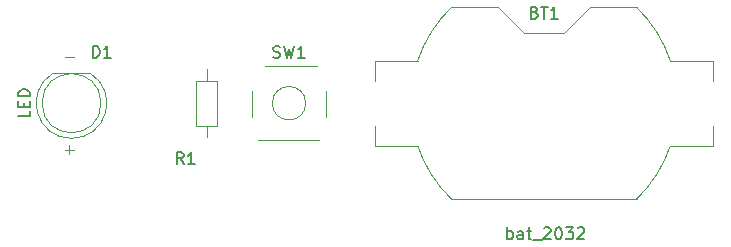
<source format=gto>
%TF.GenerationSoftware,KiCad,Pcbnew,9.0.1*%
%TF.CreationDate,2025-05-08T13:19:39+05:30*%
%TF.ProjectId,1. LED Torch,312e204c-4544-4205-946f-7263682e6b69,1*%
%TF.SameCoordinates,Original*%
%TF.FileFunction,Legend,Top*%
%TF.FilePolarity,Positive*%
%FSLAX46Y46*%
G04 Gerber Fmt 4.6, Leading zero omitted, Abs format (unit mm)*
G04 Created by KiCad (PCBNEW 9.0.1) date 2025-05-08 13:19:39*
%MOMM*%
%LPD*%
G01*
G04 APERTURE LIST*
%ADD10C,0.100000*%
%ADD11C,0.150000*%
%ADD12C,0.120000*%
G04 APERTURE END LIST*
D10*
X56564884Y-143636466D02*
X57326789Y-143636466D01*
X56945836Y-144017419D02*
X56945836Y-143255514D01*
X56564884Y-135762466D02*
X57326789Y-135762466D01*
D11*
X96369285Y-132011009D02*
X96512142Y-132058628D01*
X96512142Y-132058628D02*
X96559761Y-132106247D01*
X96559761Y-132106247D02*
X96607380Y-132201485D01*
X96607380Y-132201485D02*
X96607380Y-132344342D01*
X96607380Y-132344342D02*
X96559761Y-132439580D01*
X96559761Y-132439580D02*
X96512142Y-132487200D01*
X96512142Y-132487200D02*
X96416904Y-132534819D01*
X96416904Y-132534819D02*
X96035952Y-132534819D01*
X96035952Y-132534819D02*
X96035952Y-131534819D01*
X96035952Y-131534819D02*
X96369285Y-131534819D01*
X96369285Y-131534819D02*
X96464523Y-131582438D01*
X96464523Y-131582438D02*
X96512142Y-131630057D01*
X96512142Y-131630057D02*
X96559761Y-131725295D01*
X96559761Y-131725295D02*
X96559761Y-131820533D01*
X96559761Y-131820533D02*
X96512142Y-131915771D01*
X96512142Y-131915771D02*
X96464523Y-131963390D01*
X96464523Y-131963390D02*
X96369285Y-132011009D01*
X96369285Y-132011009D02*
X96035952Y-132011009D01*
X96893095Y-131534819D02*
X97464523Y-131534819D01*
X97178809Y-132534819D02*
X97178809Y-131534819D01*
X98321666Y-132534819D02*
X97750238Y-132534819D01*
X98035952Y-132534819D02*
X98035952Y-131534819D01*
X98035952Y-131534819D02*
X97940714Y-131677676D01*
X97940714Y-131677676D02*
X97845476Y-131772914D01*
X97845476Y-131772914D02*
X97750238Y-131820533D01*
X94043904Y-151203819D02*
X94043904Y-150203819D01*
X94043904Y-150584771D02*
X94139142Y-150537152D01*
X94139142Y-150537152D02*
X94329618Y-150537152D01*
X94329618Y-150537152D02*
X94424856Y-150584771D01*
X94424856Y-150584771D02*
X94472475Y-150632390D01*
X94472475Y-150632390D02*
X94520094Y-150727628D01*
X94520094Y-150727628D02*
X94520094Y-151013342D01*
X94520094Y-151013342D02*
X94472475Y-151108580D01*
X94472475Y-151108580D02*
X94424856Y-151156200D01*
X94424856Y-151156200D02*
X94329618Y-151203819D01*
X94329618Y-151203819D02*
X94139142Y-151203819D01*
X94139142Y-151203819D02*
X94043904Y-151156200D01*
X95377237Y-151203819D02*
X95377237Y-150680009D01*
X95377237Y-150680009D02*
X95329618Y-150584771D01*
X95329618Y-150584771D02*
X95234380Y-150537152D01*
X95234380Y-150537152D02*
X95043904Y-150537152D01*
X95043904Y-150537152D02*
X94948666Y-150584771D01*
X95377237Y-151156200D02*
X95281999Y-151203819D01*
X95281999Y-151203819D02*
X95043904Y-151203819D01*
X95043904Y-151203819D02*
X94948666Y-151156200D01*
X94948666Y-151156200D02*
X94901047Y-151060961D01*
X94901047Y-151060961D02*
X94901047Y-150965723D01*
X94901047Y-150965723D02*
X94948666Y-150870485D01*
X94948666Y-150870485D02*
X95043904Y-150822866D01*
X95043904Y-150822866D02*
X95281999Y-150822866D01*
X95281999Y-150822866D02*
X95377237Y-150775247D01*
X95710571Y-150537152D02*
X96091523Y-150537152D01*
X95853428Y-150203819D02*
X95853428Y-151060961D01*
X95853428Y-151060961D02*
X95901047Y-151156200D01*
X95901047Y-151156200D02*
X95996285Y-151203819D01*
X95996285Y-151203819D02*
X96091523Y-151203819D01*
X96186762Y-151299057D02*
X96948666Y-151299057D01*
X97139143Y-150299057D02*
X97186762Y-150251438D01*
X97186762Y-150251438D02*
X97282000Y-150203819D01*
X97282000Y-150203819D02*
X97520095Y-150203819D01*
X97520095Y-150203819D02*
X97615333Y-150251438D01*
X97615333Y-150251438D02*
X97662952Y-150299057D01*
X97662952Y-150299057D02*
X97710571Y-150394295D01*
X97710571Y-150394295D02*
X97710571Y-150489533D01*
X97710571Y-150489533D02*
X97662952Y-150632390D01*
X97662952Y-150632390D02*
X97091524Y-151203819D01*
X97091524Y-151203819D02*
X97710571Y-151203819D01*
X98329619Y-150203819D02*
X98424857Y-150203819D01*
X98424857Y-150203819D02*
X98520095Y-150251438D01*
X98520095Y-150251438D02*
X98567714Y-150299057D01*
X98567714Y-150299057D02*
X98615333Y-150394295D01*
X98615333Y-150394295D02*
X98662952Y-150584771D01*
X98662952Y-150584771D02*
X98662952Y-150822866D01*
X98662952Y-150822866D02*
X98615333Y-151013342D01*
X98615333Y-151013342D02*
X98567714Y-151108580D01*
X98567714Y-151108580D02*
X98520095Y-151156200D01*
X98520095Y-151156200D02*
X98424857Y-151203819D01*
X98424857Y-151203819D02*
X98329619Y-151203819D01*
X98329619Y-151203819D02*
X98234381Y-151156200D01*
X98234381Y-151156200D02*
X98186762Y-151108580D01*
X98186762Y-151108580D02*
X98139143Y-151013342D01*
X98139143Y-151013342D02*
X98091524Y-150822866D01*
X98091524Y-150822866D02*
X98091524Y-150584771D01*
X98091524Y-150584771D02*
X98139143Y-150394295D01*
X98139143Y-150394295D02*
X98186762Y-150299057D01*
X98186762Y-150299057D02*
X98234381Y-150251438D01*
X98234381Y-150251438D02*
X98329619Y-150203819D01*
X98996286Y-150203819D02*
X99615333Y-150203819D01*
X99615333Y-150203819D02*
X99282000Y-150584771D01*
X99282000Y-150584771D02*
X99424857Y-150584771D01*
X99424857Y-150584771D02*
X99520095Y-150632390D01*
X99520095Y-150632390D02*
X99567714Y-150680009D01*
X99567714Y-150680009D02*
X99615333Y-150775247D01*
X99615333Y-150775247D02*
X99615333Y-151013342D01*
X99615333Y-151013342D02*
X99567714Y-151108580D01*
X99567714Y-151108580D02*
X99520095Y-151156200D01*
X99520095Y-151156200D02*
X99424857Y-151203819D01*
X99424857Y-151203819D02*
X99139143Y-151203819D01*
X99139143Y-151203819D02*
X99043905Y-151156200D01*
X99043905Y-151156200D02*
X98996286Y-151108580D01*
X99996286Y-150299057D02*
X100043905Y-150251438D01*
X100043905Y-150251438D02*
X100139143Y-150203819D01*
X100139143Y-150203819D02*
X100377238Y-150203819D01*
X100377238Y-150203819D02*
X100472476Y-150251438D01*
X100472476Y-150251438D02*
X100520095Y-150299057D01*
X100520095Y-150299057D02*
X100567714Y-150394295D01*
X100567714Y-150394295D02*
X100567714Y-150489533D01*
X100567714Y-150489533D02*
X100520095Y-150632390D01*
X100520095Y-150632390D02*
X99948667Y-151203819D01*
X99948667Y-151203819D02*
X100567714Y-151203819D01*
X66635333Y-144853819D02*
X66302000Y-144377628D01*
X66063905Y-144853819D02*
X66063905Y-143853819D01*
X66063905Y-143853819D02*
X66444857Y-143853819D01*
X66444857Y-143853819D02*
X66540095Y-143901438D01*
X66540095Y-143901438D02*
X66587714Y-143949057D01*
X66587714Y-143949057D02*
X66635333Y-144044295D01*
X66635333Y-144044295D02*
X66635333Y-144187152D01*
X66635333Y-144187152D02*
X66587714Y-144282390D01*
X66587714Y-144282390D02*
X66540095Y-144330009D01*
X66540095Y-144330009D02*
X66444857Y-144377628D01*
X66444857Y-144377628D02*
X66063905Y-144377628D01*
X67587714Y-144853819D02*
X67016286Y-144853819D01*
X67302000Y-144853819D02*
X67302000Y-143853819D01*
X67302000Y-143853819D02*
X67206762Y-143996676D01*
X67206762Y-143996676D02*
X67111524Y-144091914D01*
X67111524Y-144091914D02*
X67016286Y-144139533D01*
X58951905Y-135836819D02*
X58951905Y-134836819D01*
X58951905Y-134836819D02*
X59190000Y-134836819D01*
X59190000Y-134836819D02*
X59332857Y-134884438D01*
X59332857Y-134884438D02*
X59428095Y-134979676D01*
X59428095Y-134979676D02*
X59475714Y-135074914D01*
X59475714Y-135074914D02*
X59523333Y-135265390D01*
X59523333Y-135265390D02*
X59523333Y-135408247D01*
X59523333Y-135408247D02*
X59475714Y-135598723D01*
X59475714Y-135598723D02*
X59428095Y-135693961D01*
X59428095Y-135693961D02*
X59332857Y-135789200D01*
X59332857Y-135789200D02*
X59190000Y-135836819D01*
X59190000Y-135836819D02*
X58951905Y-135836819D01*
X60475714Y-135836819D02*
X59904286Y-135836819D01*
X60190000Y-135836819D02*
X60190000Y-134836819D01*
X60190000Y-134836819D02*
X60094762Y-134979676D01*
X60094762Y-134979676D02*
X59999524Y-135074914D01*
X59999524Y-135074914D02*
X59904286Y-135122533D01*
X53644819Y-140337857D02*
X53644819Y-140814047D01*
X53644819Y-140814047D02*
X52644819Y-140814047D01*
X53121009Y-140004523D02*
X53121009Y-139671190D01*
X53644819Y-139528333D02*
X53644819Y-140004523D01*
X53644819Y-140004523D02*
X52644819Y-140004523D01*
X52644819Y-140004523D02*
X52644819Y-139528333D01*
X53644819Y-139099761D02*
X52644819Y-139099761D01*
X52644819Y-139099761D02*
X52644819Y-138861666D01*
X52644819Y-138861666D02*
X52692438Y-138718809D01*
X52692438Y-138718809D02*
X52787676Y-138623571D01*
X52787676Y-138623571D02*
X52882914Y-138575952D01*
X52882914Y-138575952D02*
X53073390Y-138528333D01*
X53073390Y-138528333D02*
X53216247Y-138528333D01*
X53216247Y-138528333D02*
X53406723Y-138575952D01*
X53406723Y-138575952D02*
X53501961Y-138623571D01*
X53501961Y-138623571D02*
X53597200Y-138718809D01*
X53597200Y-138718809D02*
X53644819Y-138861666D01*
X53644819Y-138861666D02*
X53644819Y-139099761D01*
X74231667Y-135807200D02*
X74374524Y-135854819D01*
X74374524Y-135854819D02*
X74612619Y-135854819D01*
X74612619Y-135854819D02*
X74707857Y-135807200D01*
X74707857Y-135807200D02*
X74755476Y-135759580D01*
X74755476Y-135759580D02*
X74803095Y-135664342D01*
X74803095Y-135664342D02*
X74803095Y-135569104D01*
X74803095Y-135569104D02*
X74755476Y-135473866D01*
X74755476Y-135473866D02*
X74707857Y-135426247D01*
X74707857Y-135426247D02*
X74612619Y-135378628D01*
X74612619Y-135378628D02*
X74422143Y-135331009D01*
X74422143Y-135331009D02*
X74326905Y-135283390D01*
X74326905Y-135283390D02*
X74279286Y-135235771D01*
X74279286Y-135235771D02*
X74231667Y-135140533D01*
X74231667Y-135140533D02*
X74231667Y-135045295D01*
X74231667Y-135045295D02*
X74279286Y-134950057D01*
X74279286Y-134950057D02*
X74326905Y-134902438D01*
X74326905Y-134902438D02*
X74422143Y-134854819D01*
X74422143Y-134854819D02*
X74660238Y-134854819D01*
X74660238Y-134854819D02*
X74803095Y-134902438D01*
X75136429Y-134854819D02*
X75374524Y-135854819D01*
X75374524Y-135854819D02*
X75565000Y-135140533D01*
X75565000Y-135140533D02*
X75755476Y-135854819D01*
X75755476Y-135854819D02*
X75993572Y-134854819D01*
X76898333Y-135854819D02*
X76326905Y-135854819D01*
X76612619Y-135854819D02*
X76612619Y-134854819D01*
X76612619Y-134854819D02*
X76517381Y-134997676D01*
X76517381Y-134997676D02*
X76422143Y-135092914D01*
X76422143Y-135092914D02*
X76326905Y-135140533D01*
D12*
%TO.C,BT1*%
X82845000Y-136090000D02*
X86463000Y-136090000D01*
X82845000Y-137800000D02*
X82845000Y-136090000D01*
X82845000Y-141600000D02*
X82845000Y-143310000D01*
X86463000Y-143310000D02*
X82845000Y-143310000D01*
X89307700Y-131590000D02*
X93295000Y-131590000D01*
X95495000Y-133790000D02*
X93295000Y-131590000D01*
X95495000Y-133790000D02*
X98815000Y-133790000D01*
X98815000Y-133790000D02*
X101015000Y-131590000D01*
X101015000Y-131590000D02*
X105002300Y-131590000D01*
X105002300Y-147810000D02*
X89307700Y-147810000D01*
X107847000Y-136090000D02*
X111465000Y-136090000D01*
X111465000Y-137800000D02*
X111465000Y-136090000D01*
X111465000Y-141600000D02*
X111465000Y-143310000D01*
X111465000Y-143310000D02*
X107847000Y-143310000D01*
X86463000Y-136090000D02*
G75*
G02*
X89309629Y-131588211I10692020J-3610012D01*
G01*
X89309629Y-147811789D02*
G75*
G02*
X86463000Y-143310000I7845371J8111789D01*
G01*
X105000371Y-131588211D02*
G75*
G02*
X107847000Y-136090000I-7845366J-8111785D01*
G01*
X107847000Y-143310000D02*
G75*
G02*
X105000372Y-147811790I-10692020J3610010D01*
G01*
%TO.C,R1*%
X67660000Y-137780000D02*
X67660000Y-141620000D01*
X67660000Y-141620000D02*
X69500000Y-141620000D01*
X68580000Y-136830000D02*
X68580000Y-137780000D01*
X68580000Y-142570000D02*
X68580000Y-141620000D01*
X69500000Y-137780000D02*
X67660000Y-137780000D01*
X69500000Y-141620000D02*
X69500000Y-137780000D01*
%TO.C,D1*%
X58695000Y-137135000D02*
X55605000Y-137135000D01*
X57149952Y-142685000D02*
G75*
G02*
X55605170Y-137135000I48J2990000D01*
G01*
X58694830Y-137135000D02*
G75*
G02*
X57150048Y-142685000I-1544830J-2560000D01*
G01*
X59650000Y-139695000D02*
G75*
G02*
X54650000Y-139695000I-2500000J0D01*
G01*
X54650000Y-139695000D02*
G75*
G02*
X59650000Y-139695000I2500000J0D01*
G01*
%TO.C,SW1*%
X72445000Y-140850000D02*
X72445000Y-138650000D01*
X72915000Y-142820000D02*
X78115000Y-142820000D01*
X73515000Y-136580000D02*
X77915000Y-136580000D01*
X78685000Y-138650000D02*
X78685000Y-140850000D01*
X76979214Y-139700000D02*
G75*
G02*
X74150786Y-139700000I-1414214J0D01*
G01*
X74150786Y-139700000D02*
G75*
G02*
X76979214Y-139700000I1414214J0D01*
G01*
%TD*%
M02*

</source>
